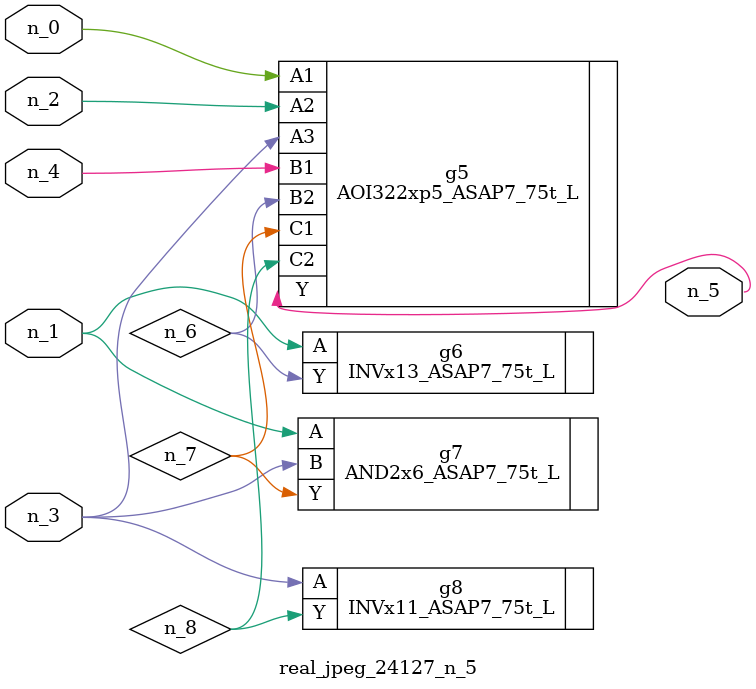
<source format=v>
module real_jpeg_24127_n_5 (n_4, n_0, n_1, n_2, n_3, n_5);

input n_4;
input n_0;
input n_1;
input n_2;
input n_3;

output n_5;

wire n_8;
wire n_6;
wire n_7;

AOI322xp5_ASAP7_75t_L g5 ( 
.A1(n_0),
.A2(n_2),
.A3(n_3),
.B1(n_4),
.B2(n_6),
.C1(n_7),
.C2(n_8),
.Y(n_5)
);

INVx13_ASAP7_75t_L g6 ( 
.A(n_1),
.Y(n_6)
);

AND2x6_ASAP7_75t_L g7 ( 
.A(n_1),
.B(n_3),
.Y(n_7)
);

INVx11_ASAP7_75t_L g8 ( 
.A(n_3),
.Y(n_8)
);


endmodule
</source>
